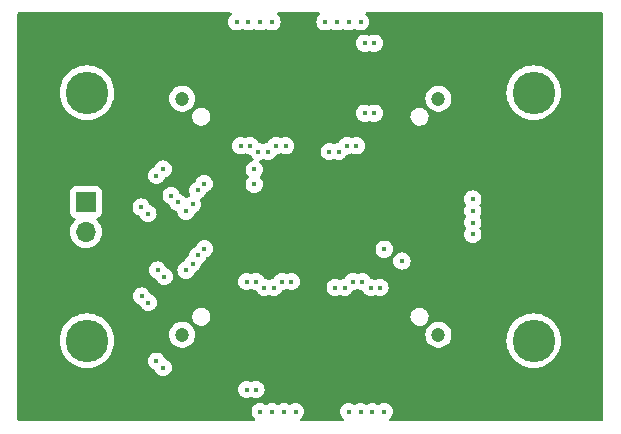
<source format=gbr>
%TF.GenerationSoftware,KiCad,Pcbnew,7.0.2-0*%
%TF.CreationDate,2023-05-03T13:11:08-04:00*%
%TF.ProjectId,szg-c2c-txr4,737a672d-6332-4632-9d74-7872342e6b69,A*%
%TF.SameCoordinates,Original*%
%TF.FileFunction,Copper,L5,Inr*%
%TF.FilePolarity,Positive*%
%FSLAX46Y46*%
G04 Gerber Fmt 4.6, Leading zero omitted, Abs format (unit mm)*
G04 Created by KiCad (PCBNEW 7.0.2-0) date 2023-05-03 13:11:08*
%MOMM*%
%LPD*%
G01*
G04 APERTURE LIST*
%TA.AperFunction,ComponentPad*%
%ADD10C,3.600000*%
%TD*%
%TA.AperFunction,ComponentPad*%
%ADD11C,1.200000*%
%TD*%
%TA.AperFunction,ComponentPad*%
%ADD12R,1.700000X1.700000*%
%TD*%
%TA.AperFunction,ComponentPad*%
%ADD13O,1.700000X1.700000*%
%TD*%
%TA.AperFunction,ViaPad*%
%ADD14C,0.450000*%
%TD*%
G04 APERTURE END LIST*
D10*
%TO.N,unconnected-(H1-Pad1)*%
%TO.C,H1*%
X133090000Y-99000000D03*
%TD*%
%TO.N,unconnected-(H2-Pad1)*%
%TO.C,H2*%
X170910000Y-99000000D03*
%TD*%
%TO.N,unconnected-(H4-Pad1)*%
%TO.C,H4*%
X170910000Y-120000000D03*
%TD*%
%TO.N,unconnected-(H3-Pad1)*%
%TO.C,H3*%
X133090000Y-120000000D03*
%TD*%
D11*
%TO.N,N/C*%
%TO.C,J1*%
X162845000Y-99500000D03*
X141155000Y-99500000D03*
%TD*%
%TO.N,N/C*%
%TO.C,J2*%
X162845000Y-119500000D03*
X141155000Y-119500000D03*
%TD*%
D12*
%TO.N,+5V*%
%TO.C,J3*%
X133000000Y-108250000D03*
D13*
%TO.N,/J2_5V*%
X133000000Y-110790000D03*
%TD*%
D14*
%TO.N,GND*%
X159500000Y-120000000D03*
X153250000Y-120000000D03*
X147250000Y-99500000D03*
X152500000Y-113250000D03*
X146500000Y-119500000D03*
X154250000Y-126000000D03*
X149250000Y-120000000D03*
X161250000Y-120000000D03*
X159750000Y-99000000D03*
X152750000Y-99500000D03*
X154500000Y-114250000D03*
X161250000Y-99000000D03*
X144750000Y-93000000D03*
X144250000Y-120000000D03*
X157250000Y-93000000D03*
X154750000Y-120000000D03*
X154750000Y-99500000D03*
X150000000Y-99500000D03*
X151750000Y-126000000D03*
X159250000Y-126000000D03*
X142750000Y-120000000D03*
X157500000Y-98750000D03*
X146750000Y-126000000D03*
X142750000Y-99000000D03*
X156750000Y-120000000D03*
X149000000Y-99500000D03*
%TO.N,/J2_RX1+*%
X156400000Y-115000000D03*
X154250000Y-93000000D03*
%TO.N,/J2_RX1-*%
X155600000Y-115000000D03*
X153250000Y-93000000D03*
%TO.N,/J2_RX3+*%
X150400000Y-115000000D03*
X148750000Y-93000000D03*
%TO.N,/J2_RX3-*%
X147750000Y-93000000D03*
X149600000Y-115000000D03*
%TO.N,/J2_RX2+*%
X146750000Y-93000000D03*
X148900000Y-115500000D03*
%TO.N,/J2_RX2-*%
X148100000Y-115500000D03*
X145750000Y-93000000D03*
%TO.N,/J1_RX0+*%
X147750000Y-126000000D03*
X146100000Y-103498408D03*
%TO.N,/J1_RX0-*%
X146900000Y-103498408D03*
X148750000Y-126000000D03*
%TO.N,/J1_RX1+*%
X149750000Y-126000000D03*
X147600000Y-103998408D03*
%TO.N,/J1_RX1-*%
X148400000Y-103998408D03*
X150750000Y-126000000D03*
%TO.N,/J1_RX3+*%
X153600000Y-103998408D03*
X155250000Y-126000000D03*
%TO.N,/J1_RX3-*%
X156250000Y-126000000D03*
X154400000Y-103998408D03*
%TO.N,/J1_RX2+*%
X157250000Y-126000000D03*
X155100000Y-103498408D03*
%TO.N,/J1_RX2-*%
X158250000Y-126000000D03*
X155900000Y-103498408D03*
%TO.N,/J2_REFCLK+*%
X154900000Y-115500000D03*
X165750000Y-110000000D03*
%TO.N,/J2_REFCLK-*%
X154100000Y-115500000D03*
X165750000Y-111000000D03*
%TO.N,/J1_REFCLK-*%
X149900000Y-103498408D03*
X165750000Y-108000000D03*
%TO.N,/J1_REFCLK+*%
X165750000Y-109000000D03*
X149100000Y-103498408D03*
%TO.N,/J2_RX0+*%
X156250000Y-93000000D03*
X157900000Y-115500000D03*
%TO.N,/J2_RX0-*%
X157100000Y-115500000D03*
X155250000Y-93000000D03*
%TO.N,/SCL*%
X147250000Y-106750000D03*
X159750000Y-113250000D03*
%TO.N,/SDA*%
X158250000Y-112250000D03*
X147250000Y-105500000D03*
%TO.N,/S0S1+*%
X138967157Y-106032843D03*
X139078135Y-114015502D03*
%TO.N,/S0S1-*%
X139643821Y-114581188D03*
X139532843Y-105467157D03*
%TO.N,/S2S4+*%
X143013040Y-106707916D03*
X143032843Y-112217157D03*
%TO.N,/S3S5+*%
X137678415Y-108682654D03*
X137717157Y-116217157D03*
%TO.N,/S2S4-*%
X142447354Y-107273602D03*
X142467157Y-112782843D03*
%TO.N,/S3S5-*%
X138282843Y-116782843D03*
X138244101Y-109248340D03*
%TO.N,/S6S8+*%
X142032843Y-108467157D03*
X142032843Y-113467157D03*
%TO.N,/S7S9+*%
X138967157Y-121717157D03*
X140217157Y-107717157D03*
%TO.N,/S6S8-*%
X141467157Y-109032843D03*
X141467157Y-114032843D03*
%TO.N,/S7S9-*%
X139532843Y-122282843D03*
X140782843Y-108282843D03*
%TO.N,/J2_C2P_CLK+*%
X147400000Y-124137046D03*
X156600000Y-100743729D03*
%TO.N,/J1_C2P_CLK+*%
X147400000Y-115000000D03*
X156600000Y-94816240D03*
%TO.N,/J2_C2P_CLK-*%
X146600000Y-124137046D03*
X157400000Y-100743729D03*
%TO.N,/J1_C2P_CLK-*%
X157400000Y-94816240D03*
X146600000Y-115000000D03*
%TD*%
%TA.AperFunction,Conductor*%
%TO.N,GND*%
G36*
X145295383Y-92220185D02*
G01*
X145341138Y-92272989D01*
X145351082Y-92342147D01*
X145322057Y-92405703D01*
X145295568Y-92428419D01*
X145179193Y-92544794D01*
X145092209Y-92683227D01*
X145038213Y-92837538D01*
X145019908Y-93000000D01*
X145038213Y-93162461D01*
X145092209Y-93316772D01*
X145092211Y-93316775D01*
X145179192Y-93455204D01*
X145294796Y-93570808D01*
X145433225Y-93657789D01*
X145433227Y-93657790D01*
X145587538Y-93711786D01*
X145749999Y-93730091D01*
X145749999Y-93730090D01*
X145750000Y-93730091D01*
X145912461Y-93711786D01*
X146066775Y-93657789D01*
X146184030Y-93584112D01*
X146251264Y-93565113D01*
X146315969Y-93584112D01*
X146433225Y-93657789D01*
X146433227Y-93657790D01*
X146587538Y-93711786D01*
X146749999Y-93730091D01*
X146749999Y-93730090D01*
X146750000Y-93730091D01*
X146912461Y-93711786D01*
X147066775Y-93657789D01*
X147184030Y-93584112D01*
X147251264Y-93565113D01*
X147315969Y-93584112D01*
X147433225Y-93657789D01*
X147433227Y-93657790D01*
X147587538Y-93711786D01*
X147749999Y-93730091D01*
X147749999Y-93730090D01*
X147750000Y-93730091D01*
X147912461Y-93711786D01*
X148066775Y-93657789D01*
X148184030Y-93584112D01*
X148251264Y-93565113D01*
X148315969Y-93584112D01*
X148433225Y-93657789D01*
X148433227Y-93657790D01*
X148587538Y-93711786D01*
X148749999Y-93730091D01*
X148749999Y-93730090D01*
X148750000Y-93730091D01*
X148912461Y-93711786D01*
X149066775Y-93657789D01*
X149205204Y-93570808D01*
X149320808Y-93455204D01*
X149407789Y-93316775D01*
X149461786Y-93162461D01*
X149480091Y-93000000D01*
X149461786Y-92837539D01*
X149407789Y-92683225D01*
X149320808Y-92544796D01*
X149205204Y-92429192D01*
X149195325Y-92419313D01*
X149196043Y-92418594D01*
X149159392Y-92377157D01*
X149148745Y-92308103D01*
X149177121Y-92244255D01*
X149235512Y-92205885D01*
X149271656Y-92200500D01*
X152728344Y-92200500D01*
X152795383Y-92220185D01*
X152841138Y-92272989D01*
X152851082Y-92342147D01*
X152822057Y-92405703D01*
X152795568Y-92428419D01*
X152679193Y-92544794D01*
X152592209Y-92683227D01*
X152538213Y-92837538D01*
X152519908Y-93000000D01*
X152538213Y-93162461D01*
X152592209Y-93316772D01*
X152592211Y-93316775D01*
X152679192Y-93455204D01*
X152794796Y-93570808D01*
X152933225Y-93657789D01*
X152933227Y-93657790D01*
X153087538Y-93711786D01*
X153250000Y-93730091D01*
X153412461Y-93711786D01*
X153566775Y-93657789D01*
X153684030Y-93584112D01*
X153751264Y-93565113D01*
X153815969Y-93584112D01*
X153933225Y-93657789D01*
X153933227Y-93657790D01*
X154087538Y-93711786D01*
X154250000Y-93730091D01*
X154412461Y-93711786D01*
X154566775Y-93657789D01*
X154684030Y-93584112D01*
X154751264Y-93565113D01*
X154815969Y-93584112D01*
X154933225Y-93657789D01*
X154933227Y-93657790D01*
X155087538Y-93711786D01*
X155250000Y-93730091D01*
X155412461Y-93711786D01*
X155566775Y-93657789D01*
X155684030Y-93584112D01*
X155751264Y-93565113D01*
X155815969Y-93584112D01*
X155933225Y-93657789D01*
X155933227Y-93657790D01*
X156087538Y-93711786D01*
X156250000Y-93730091D01*
X156412461Y-93711786D01*
X156566775Y-93657789D01*
X156705204Y-93570808D01*
X156820808Y-93455204D01*
X156907789Y-93316775D01*
X156961786Y-93162461D01*
X156980091Y-93000000D01*
X156961786Y-92837539D01*
X156907789Y-92683225D01*
X156820808Y-92544796D01*
X156705204Y-92429192D01*
X156705204Y-92429191D01*
X156695325Y-92419313D01*
X156696043Y-92418594D01*
X156659392Y-92377157D01*
X156648745Y-92308103D01*
X156677121Y-92244255D01*
X156735512Y-92205885D01*
X156771656Y-92200500D01*
X176675500Y-92200500D01*
X176742539Y-92220185D01*
X176788294Y-92272989D01*
X176799500Y-92324500D01*
X176799500Y-126675500D01*
X176779815Y-126742539D01*
X176727011Y-126788294D01*
X176675500Y-126799500D01*
X158771656Y-126799500D01*
X158704617Y-126779815D01*
X158658862Y-126727011D01*
X158648918Y-126657853D01*
X158677943Y-126594297D01*
X158704431Y-126571580D01*
X158705201Y-126570809D01*
X158705204Y-126570808D01*
X158820808Y-126455204D01*
X158907789Y-126316775D01*
X158961786Y-126162461D01*
X158980091Y-126000000D01*
X158961786Y-125837539D01*
X158907789Y-125683225D01*
X158820808Y-125544796D01*
X158705204Y-125429192D01*
X158566775Y-125342211D01*
X158566772Y-125342209D01*
X158412461Y-125288213D01*
X158250000Y-125269908D01*
X158087538Y-125288213D01*
X157933227Y-125342209D01*
X157815972Y-125415886D01*
X157748735Y-125434886D01*
X157684028Y-125415886D01*
X157566772Y-125342209D01*
X157412461Y-125288213D01*
X157249999Y-125269908D01*
X157087538Y-125288213D01*
X156933227Y-125342209D01*
X156815972Y-125415886D01*
X156748735Y-125434886D01*
X156684028Y-125415886D01*
X156566772Y-125342209D01*
X156412461Y-125288213D01*
X156250000Y-125269908D01*
X156087538Y-125288213D01*
X155933227Y-125342209D01*
X155815972Y-125415886D01*
X155748735Y-125434886D01*
X155684028Y-125415886D01*
X155566772Y-125342209D01*
X155412461Y-125288213D01*
X155249999Y-125269908D01*
X155087538Y-125288213D01*
X154933227Y-125342209D01*
X154794794Y-125429193D01*
X154679193Y-125544794D01*
X154592209Y-125683227D01*
X154538213Y-125837538D01*
X154519908Y-126000000D01*
X154538213Y-126162461D01*
X154592209Y-126316772D01*
X154679193Y-126455205D01*
X154804675Y-126580687D01*
X154803956Y-126581405D01*
X154840608Y-126622843D01*
X154851255Y-126691897D01*
X154822879Y-126755745D01*
X154764488Y-126794115D01*
X154728344Y-126799500D01*
X151271656Y-126799500D01*
X151204617Y-126779815D01*
X151158862Y-126727011D01*
X151148918Y-126657853D01*
X151177943Y-126594297D01*
X151204431Y-126571580D01*
X151205201Y-126570809D01*
X151205204Y-126570808D01*
X151320808Y-126455204D01*
X151407789Y-126316775D01*
X151461786Y-126162461D01*
X151480091Y-126000000D01*
X151461786Y-125837539D01*
X151407789Y-125683225D01*
X151320808Y-125544796D01*
X151205204Y-125429192D01*
X151066775Y-125342211D01*
X151066772Y-125342209D01*
X150912461Y-125288213D01*
X150749999Y-125269908D01*
X150587538Y-125288213D01*
X150433224Y-125342210D01*
X150315970Y-125415886D01*
X150248734Y-125434886D01*
X150184028Y-125415886D01*
X150066775Y-125342211D01*
X150066772Y-125342209D01*
X149912461Y-125288213D01*
X149750000Y-125269908D01*
X149587538Y-125288213D01*
X149433227Y-125342209D01*
X149315972Y-125415886D01*
X149248735Y-125434886D01*
X149184028Y-125415886D01*
X149066772Y-125342209D01*
X148912461Y-125288213D01*
X148749999Y-125269908D01*
X148587538Y-125288213D01*
X148433224Y-125342210D01*
X148315970Y-125415886D01*
X148248734Y-125434886D01*
X148184028Y-125415886D01*
X148066775Y-125342211D01*
X148066772Y-125342209D01*
X147912461Y-125288213D01*
X147750000Y-125269908D01*
X147587538Y-125288213D01*
X147433227Y-125342209D01*
X147294794Y-125429193D01*
X147179193Y-125544794D01*
X147092209Y-125683227D01*
X147038213Y-125837538D01*
X147019908Y-126000000D01*
X147038213Y-126162461D01*
X147092209Y-126316772D01*
X147179193Y-126455205D01*
X147304675Y-126580687D01*
X147303956Y-126581405D01*
X147340608Y-126622843D01*
X147351255Y-126691897D01*
X147322879Y-126755745D01*
X147264488Y-126794115D01*
X147228344Y-126799500D01*
X127324500Y-126799500D01*
X127257461Y-126779815D01*
X127211706Y-126727011D01*
X127200500Y-126675500D01*
X127200500Y-124137046D01*
X145869908Y-124137046D01*
X145888213Y-124299507D01*
X145942209Y-124453818D01*
X145942211Y-124453821D01*
X146029192Y-124592250D01*
X146144796Y-124707854D01*
X146283225Y-124794835D01*
X146283227Y-124794836D01*
X146437538Y-124848832D01*
X146600000Y-124867137D01*
X146762461Y-124848832D01*
X146916775Y-124794835D01*
X146934027Y-124783994D01*
X147001262Y-124764993D01*
X147065972Y-124783994D01*
X147083225Y-124794834D01*
X147083225Y-124794835D01*
X147237538Y-124848832D01*
X147400000Y-124867137D01*
X147562461Y-124848832D01*
X147716775Y-124794835D01*
X147855204Y-124707854D01*
X147970808Y-124592250D01*
X148057789Y-124453821D01*
X148111786Y-124299507D01*
X148130091Y-124137046D01*
X148111786Y-123974585D01*
X148057789Y-123820271D01*
X147970808Y-123681842D01*
X147855204Y-123566238D01*
X147716775Y-123479257D01*
X147716772Y-123479255D01*
X147562461Y-123425259D01*
X147400000Y-123406954D01*
X147237538Y-123425259D01*
X147083226Y-123479256D01*
X147065969Y-123490099D01*
X146998732Y-123509097D01*
X146934031Y-123490099D01*
X146916773Y-123479256D01*
X146762461Y-123425259D01*
X146600000Y-123406954D01*
X146437538Y-123425259D01*
X146283227Y-123479255D01*
X146144794Y-123566239D01*
X146029193Y-123681840D01*
X145942209Y-123820273D01*
X145888213Y-123974584D01*
X145869908Y-124137046D01*
X127200500Y-124137046D01*
X127200500Y-120000000D01*
X130784564Y-120000000D01*
X130784828Y-120004027D01*
X130784828Y-120004043D01*
X130800594Y-120244579D01*
X130804287Y-120300920D01*
X130805077Y-120304891D01*
X130805078Y-120304899D01*
X130862327Y-120592707D01*
X130862329Y-120592714D01*
X130863120Y-120596691D01*
X130960055Y-120882252D01*
X130961850Y-120885893D01*
X130961851Y-120885894D01*
X131090293Y-121146350D01*
X131093434Y-121152718D01*
X131260975Y-121403461D01*
X131459811Y-121630189D01*
X131686539Y-121829025D01*
X131937282Y-121996566D01*
X132207748Y-122129945D01*
X132493309Y-122226880D01*
X132789080Y-122285713D01*
X133090000Y-122305436D01*
X133390920Y-122285713D01*
X133686691Y-122226880D01*
X133972252Y-122129945D01*
X134242718Y-121996566D01*
X134493461Y-121829025D01*
X134621023Y-121717156D01*
X138237065Y-121717156D01*
X138255370Y-121879618D01*
X138309366Y-122033929D01*
X138309368Y-122033932D01*
X138396349Y-122172361D01*
X138511953Y-122287965D01*
X138650382Y-122374946D01*
X138760451Y-122413461D01*
X138817227Y-122454182D01*
X138836537Y-122489546D01*
X138875053Y-122599615D01*
X138875054Y-122599618D01*
X138962035Y-122738047D01*
X139077639Y-122853651D01*
X139216068Y-122940632D01*
X139216070Y-122940633D01*
X139370381Y-122994629D01*
X139532842Y-123012934D01*
X139532842Y-123012933D01*
X139532843Y-123012934D01*
X139695304Y-122994629D01*
X139849618Y-122940632D01*
X139988047Y-122853651D01*
X140103651Y-122738047D01*
X140190632Y-122599618D01*
X140244629Y-122445304D01*
X140262934Y-122282843D01*
X140256629Y-122226880D01*
X140244629Y-122120381D01*
X140190633Y-121966070D01*
X140190632Y-121966068D01*
X140103651Y-121827639D01*
X139988047Y-121712035D01*
X139849618Y-121625054D01*
X139849617Y-121625053D01*
X139849616Y-121625053D01*
X139739546Y-121586537D01*
X139682771Y-121545815D01*
X139663461Y-121510453D01*
X139624946Y-121400382D01*
X139537965Y-121261953D01*
X139422361Y-121146349D01*
X139283932Y-121059368D01*
X139283929Y-121059366D01*
X139129618Y-121005370D01*
X138967157Y-120987065D01*
X138804695Y-121005370D01*
X138650384Y-121059366D01*
X138511951Y-121146350D01*
X138396350Y-121261951D01*
X138309366Y-121400384D01*
X138255370Y-121554695D01*
X138237065Y-121717156D01*
X134621023Y-121717156D01*
X134720189Y-121630189D01*
X134919025Y-121403461D01*
X135086566Y-121152718D01*
X135219945Y-120882252D01*
X135316880Y-120596691D01*
X135375713Y-120300920D01*
X135395436Y-120000000D01*
X135375713Y-119699080D01*
X135336113Y-119500000D01*
X140049785Y-119500000D01*
X140068602Y-119703083D01*
X140124418Y-119899251D01*
X140215324Y-120081818D01*
X140338236Y-120244580D01*
X140488958Y-120381981D01*
X140662361Y-120489347D01*
X140662363Y-120489348D01*
X140852544Y-120563024D01*
X141053024Y-120600500D01*
X141053026Y-120600500D01*
X141256974Y-120600500D01*
X141256976Y-120600500D01*
X141457456Y-120563024D01*
X141647637Y-120489348D01*
X141821041Y-120381981D01*
X141971764Y-120244579D01*
X142094673Y-120081821D01*
X142094673Y-120081819D01*
X142094675Y-120081818D01*
X142140313Y-119990161D01*
X142185582Y-119899250D01*
X142241397Y-119703083D01*
X142260215Y-119500000D01*
X142260215Y-119499999D01*
X161739785Y-119499999D01*
X161758602Y-119703083D01*
X161814418Y-119899251D01*
X161905324Y-120081818D01*
X162028236Y-120244580D01*
X162178958Y-120381981D01*
X162352361Y-120489347D01*
X162352363Y-120489348D01*
X162542544Y-120563024D01*
X162743024Y-120600500D01*
X162743026Y-120600500D01*
X162946974Y-120600500D01*
X162946976Y-120600500D01*
X163147456Y-120563024D01*
X163337637Y-120489348D01*
X163511041Y-120381981D01*
X163661764Y-120244579D01*
X163784673Y-120081821D01*
X163784673Y-120081819D01*
X163784675Y-120081818D01*
X163825414Y-120000000D01*
X168604564Y-120000000D01*
X168624287Y-120300920D01*
X168625077Y-120304891D01*
X168625078Y-120304899D01*
X168682327Y-120592707D01*
X168682329Y-120592714D01*
X168683120Y-120596691D01*
X168780055Y-120882252D01*
X168781850Y-120885893D01*
X168781851Y-120885894D01*
X168910293Y-121146350D01*
X168913434Y-121152718D01*
X169080975Y-121403461D01*
X169279811Y-121630189D01*
X169506539Y-121829025D01*
X169757282Y-121996566D01*
X170027748Y-122129945D01*
X170313309Y-122226880D01*
X170609080Y-122285713D01*
X170910000Y-122305436D01*
X171210920Y-122285713D01*
X171506691Y-122226880D01*
X171792252Y-122129945D01*
X172062718Y-121996566D01*
X172313461Y-121829025D01*
X172540189Y-121630189D01*
X172739025Y-121403461D01*
X172906566Y-121152718D01*
X173039945Y-120882252D01*
X173136880Y-120596691D01*
X173195713Y-120300920D01*
X173215436Y-120000000D01*
X173195713Y-119699080D01*
X173136880Y-119403309D01*
X173039945Y-119117748D01*
X172906566Y-118847282D01*
X172845186Y-118755421D01*
X172801140Y-118689501D01*
X172739025Y-118596539D01*
X172540189Y-118369811D01*
X172313461Y-118170975D01*
X172310079Y-118168715D01*
X172066092Y-118005688D01*
X172066087Y-118005685D01*
X172062718Y-118003434D01*
X172059082Y-118001641D01*
X172059077Y-118001638D01*
X171795894Y-117871851D01*
X171795893Y-117871850D01*
X171792252Y-117870055D01*
X171506691Y-117773120D01*
X171502714Y-117772329D01*
X171502707Y-117772327D01*
X171214899Y-117715078D01*
X171214891Y-117715077D01*
X171210920Y-117714287D01*
X170910000Y-117694564D01*
X170905957Y-117694829D01*
X170613122Y-117714022D01*
X170613120Y-117714022D01*
X170609080Y-117714287D01*
X170605110Y-117715076D01*
X170605100Y-117715078D01*
X170317292Y-117772327D01*
X170317281Y-117772329D01*
X170313309Y-117773120D01*
X170309466Y-117774424D01*
X170309464Y-117774425D01*
X170031594Y-117868749D01*
X170031587Y-117868751D01*
X170027748Y-117870055D01*
X170024111Y-117871848D01*
X170024105Y-117871851D01*
X169760922Y-118001638D01*
X169760910Y-118001644D01*
X169757282Y-118003434D01*
X169753919Y-118005681D01*
X169753907Y-118005688D01*
X169509920Y-118168715D01*
X169509911Y-118168721D01*
X169506539Y-118170975D01*
X169503488Y-118173650D01*
X169503481Y-118173656D01*
X169282859Y-118367137D01*
X169282851Y-118367144D01*
X169279811Y-118369811D01*
X169277144Y-118372851D01*
X169277137Y-118372859D01*
X169083656Y-118593481D01*
X169083650Y-118593488D01*
X169080975Y-118596539D01*
X169078721Y-118599911D01*
X169078715Y-118599920D01*
X168915688Y-118843907D01*
X168915681Y-118843919D01*
X168913434Y-118847282D01*
X168911644Y-118850910D01*
X168911638Y-118850922D01*
X168781851Y-119114105D01*
X168781848Y-119114111D01*
X168780055Y-119117748D01*
X168778751Y-119121587D01*
X168778749Y-119121594D01*
X168719235Y-119296917D01*
X168683120Y-119403309D01*
X168682329Y-119407281D01*
X168682327Y-119407292D01*
X168625078Y-119695100D01*
X168625076Y-119695110D01*
X168624287Y-119699080D01*
X168604564Y-120000000D01*
X163825414Y-120000000D01*
X163830313Y-119990161D01*
X163875582Y-119899250D01*
X163931397Y-119703083D01*
X163950215Y-119500000D01*
X163931397Y-119296917D01*
X163875582Y-119100750D01*
X163875209Y-119100001D01*
X163784675Y-118918181D01*
X163661763Y-118755419D01*
X163511041Y-118618018D01*
X163337638Y-118510652D01*
X163147457Y-118436976D01*
X163080629Y-118424483D01*
X162946976Y-118399500D01*
X162743024Y-118399500D01*
X162642783Y-118418238D01*
X162542542Y-118436976D01*
X162352361Y-118510652D01*
X162178958Y-118618018D01*
X162028236Y-118755419D01*
X161905324Y-118918181D01*
X161814418Y-119100748D01*
X161758602Y-119296916D01*
X161739785Y-119499999D01*
X142260215Y-119499999D01*
X142241397Y-119296917D01*
X142185582Y-119100750D01*
X142185209Y-119100001D01*
X142094675Y-118918181D01*
X141971763Y-118755419D01*
X141821041Y-118618018D01*
X141647638Y-118510652D01*
X141457457Y-118436976D01*
X141390629Y-118424483D01*
X141256976Y-118399500D01*
X141053024Y-118399500D01*
X140952783Y-118418238D01*
X140852542Y-118436976D01*
X140662361Y-118510652D01*
X140488958Y-118618018D01*
X140338236Y-118755419D01*
X140215324Y-118918181D01*
X140124418Y-119100748D01*
X140068602Y-119296916D01*
X140049785Y-119500000D01*
X135336113Y-119500000D01*
X135316880Y-119403309D01*
X135219945Y-119117748D01*
X135086566Y-118847282D01*
X135025186Y-118755421D01*
X134981140Y-118689501D01*
X134919025Y-118596539D01*
X134720189Y-118369811D01*
X134493461Y-118170975D01*
X134490079Y-118168715D01*
X134259309Y-118014519D01*
X141995617Y-118014519D01*
X142011212Y-118102958D01*
X142026489Y-118189599D01*
X142062581Y-118273269D01*
X142096904Y-118352838D01*
X142203067Y-118495439D01*
X142339251Y-118609712D01*
X142339252Y-118609712D01*
X142339254Y-118609714D01*
X142498123Y-118689501D01*
X142498124Y-118689501D01*
X142498126Y-118689502D01*
X142671108Y-118730500D01*
X142671110Y-118730500D01*
X142800694Y-118730500D01*
X142804292Y-118730500D01*
X142936577Y-118715038D01*
X143103635Y-118654234D01*
X143252168Y-118556543D01*
X143374167Y-118427231D01*
X143463057Y-118273269D01*
X143514045Y-118102958D01*
X143519196Y-118014519D01*
X160475617Y-118014519D01*
X160491212Y-118102958D01*
X160506489Y-118189599D01*
X160542581Y-118273269D01*
X160576904Y-118352838D01*
X160683067Y-118495439D01*
X160819251Y-118609712D01*
X160819252Y-118609712D01*
X160819254Y-118609714D01*
X160978123Y-118689501D01*
X160978124Y-118689501D01*
X160978126Y-118689502D01*
X161151108Y-118730500D01*
X161151110Y-118730500D01*
X161280694Y-118730500D01*
X161284292Y-118730500D01*
X161416577Y-118715038D01*
X161583635Y-118654234D01*
X161732168Y-118556543D01*
X161854167Y-118427231D01*
X161943057Y-118273269D01*
X161994045Y-118102958D01*
X162004382Y-117925480D01*
X161973511Y-117750401D01*
X161903096Y-117587162D01*
X161796933Y-117444561D01*
X161724114Y-117383458D01*
X161660748Y-117330287D01*
X161501873Y-117250497D01*
X161328892Y-117209500D01*
X161328890Y-117209500D01*
X161195708Y-117209500D01*
X161192142Y-117209916D01*
X161192138Y-117209917D01*
X161063420Y-117224962D01*
X160896366Y-117285765D01*
X160747830Y-117383458D01*
X160625833Y-117512768D01*
X160536943Y-117666730D01*
X160522469Y-117715078D01*
X160505330Y-117772327D01*
X160485955Y-117837043D01*
X160475617Y-118014519D01*
X143519196Y-118014519D01*
X143524382Y-117925480D01*
X143493511Y-117750401D01*
X143423096Y-117587162D01*
X143316933Y-117444561D01*
X143244114Y-117383458D01*
X143180748Y-117330287D01*
X143021873Y-117250497D01*
X142848892Y-117209500D01*
X142848890Y-117209500D01*
X142715708Y-117209500D01*
X142712142Y-117209916D01*
X142712138Y-117209917D01*
X142583420Y-117224962D01*
X142416366Y-117285765D01*
X142267830Y-117383458D01*
X142145833Y-117512768D01*
X142056943Y-117666730D01*
X142042469Y-117715078D01*
X142025330Y-117772327D01*
X142005955Y-117837043D01*
X141995617Y-118014519D01*
X134259309Y-118014519D01*
X134246092Y-118005688D01*
X134246087Y-118005685D01*
X134242718Y-118003434D01*
X134239082Y-118001641D01*
X134239077Y-118001638D01*
X133975894Y-117871851D01*
X133975893Y-117871850D01*
X133972252Y-117870055D01*
X133686691Y-117773120D01*
X133682714Y-117772329D01*
X133682707Y-117772327D01*
X133394899Y-117715078D01*
X133394891Y-117715077D01*
X133390920Y-117714287D01*
X133090000Y-117694564D01*
X133085957Y-117694829D01*
X132793122Y-117714022D01*
X132793120Y-117714022D01*
X132789080Y-117714287D01*
X132785110Y-117715076D01*
X132785100Y-117715078D01*
X132497292Y-117772327D01*
X132497281Y-117772329D01*
X132493309Y-117773120D01*
X132489466Y-117774424D01*
X132489464Y-117774425D01*
X132211594Y-117868749D01*
X132211587Y-117868751D01*
X132207748Y-117870055D01*
X132204111Y-117871848D01*
X132204105Y-117871851D01*
X131940922Y-118001638D01*
X131940910Y-118001644D01*
X131937282Y-118003434D01*
X131933919Y-118005681D01*
X131933907Y-118005688D01*
X131689920Y-118168715D01*
X131689911Y-118168721D01*
X131686539Y-118170975D01*
X131683488Y-118173650D01*
X131683481Y-118173656D01*
X131462859Y-118367137D01*
X131462851Y-118367144D01*
X131459811Y-118369811D01*
X131457144Y-118372851D01*
X131457137Y-118372859D01*
X131263656Y-118593481D01*
X131263650Y-118593488D01*
X131260975Y-118596539D01*
X131258721Y-118599911D01*
X131258715Y-118599920D01*
X131095688Y-118843907D01*
X131095681Y-118843919D01*
X131093434Y-118847282D01*
X131091644Y-118850910D01*
X131091638Y-118850922D01*
X130961851Y-119114105D01*
X130961848Y-119114111D01*
X130960055Y-119117748D01*
X130958751Y-119121587D01*
X130958749Y-119121594D01*
X130899235Y-119296917D01*
X130863120Y-119403309D01*
X130862329Y-119407281D01*
X130862327Y-119407292D01*
X130805078Y-119695100D01*
X130805076Y-119695110D01*
X130804287Y-119699080D01*
X130804022Y-119703120D01*
X130804022Y-119703122D01*
X130784828Y-119995956D01*
X130784828Y-119995972D01*
X130784564Y-120000000D01*
X127200500Y-120000000D01*
X127200500Y-116217156D01*
X136987065Y-116217156D01*
X137005370Y-116379618D01*
X137059366Y-116533929D01*
X137059368Y-116533932D01*
X137146349Y-116672361D01*
X137261953Y-116787965D01*
X137400382Y-116874946D01*
X137510451Y-116913461D01*
X137567227Y-116954182D01*
X137586537Y-116989546D01*
X137625053Y-117099615D01*
X137625054Y-117099618D01*
X137712035Y-117238047D01*
X137827639Y-117353651D01*
X137966068Y-117440632D01*
X137966070Y-117440633D01*
X138120381Y-117494629D01*
X138282842Y-117512934D01*
X138282842Y-117512933D01*
X138282843Y-117512934D01*
X138445304Y-117494629D01*
X138599618Y-117440632D01*
X138738047Y-117353651D01*
X138853651Y-117238047D01*
X138940632Y-117099618D01*
X138994629Y-116945304D01*
X139012934Y-116782843D01*
X138994629Y-116620382D01*
X138940632Y-116466068D01*
X138853651Y-116327639D01*
X138738047Y-116212035D01*
X138599618Y-116125054D01*
X138599617Y-116125053D01*
X138599616Y-116125053D01*
X138489546Y-116086537D01*
X138432771Y-116045815D01*
X138413461Y-116010453D01*
X138374946Y-115900382D01*
X138287965Y-115761953D01*
X138172361Y-115646349D01*
X138033932Y-115559368D01*
X138033929Y-115559366D01*
X137879618Y-115505370D01*
X137717157Y-115487065D01*
X137554695Y-115505370D01*
X137400384Y-115559366D01*
X137261951Y-115646350D01*
X137146350Y-115761951D01*
X137059366Y-115900384D01*
X137005370Y-116054695D01*
X136987065Y-116217156D01*
X127200500Y-116217156D01*
X127200500Y-114015501D01*
X138348043Y-114015501D01*
X138366348Y-114177963D01*
X138420344Y-114332274D01*
X138420346Y-114332277D01*
X138507327Y-114470706D01*
X138622931Y-114586310D01*
X138761360Y-114673291D01*
X138871429Y-114711806D01*
X138928205Y-114752527D01*
X138947515Y-114787891D01*
X138986031Y-114897960D01*
X138986032Y-114897963D01*
X139073013Y-115036392D01*
X139188617Y-115151996D01*
X139327046Y-115238977D01*
X139327048Y-115238978D01*
X139481359Y-115292974D01*
X139643821Y-115311279D01*
X139806282Y-115292974D01*
X139960596Y-115238977D01*
X140099025Y-115151996D01*
X140214629Y-115036392D01*
X140237496Y-115000000D01*
X145869908Y-115000000D01*
X145888213Y-115162461D01*
X145942209Y-115316772D01*
X145942211Y-115316775D01*
X146029192Y-115455204D01*
X146144796Y-115570808D01*
X146283225Y-115657789D01*
X146283227Y-115657790D01*
X146437538Y-115711786D01*
X146600000Y-115730091D01*
X146762461Y-115711786D01*
X146916775Y-115657789D01*
X146934027Y-115646948D01*
X147001262Y-115627947D01*
X147065972Y-115646948D01*
X147083224Y-115657789D01*
X147083225Y-115657789D01*
X147237538Y-115711786D01*
X147334942Y-115722761D01*
X147399356Y-115749828D01*
X147438099Y-115805024D01*
X147442210Y-115816774D01*
X147442211Y-115816775D01*
X147529192Y-115955204D01*
X147644796Y-116070808D01*
X147783225Y-116157789D01*
X147783227Y-116157790D01*
X147937538Y-116211786D01*
X148100000Y-116230091D01*
X148262461Y-116211786D01*
X148416775Y-116157789D01*
X148434027Y-116146948D01*
X148501262Y-116127947D01*
X148565972Y-116146948D01*
X148583224Y-116157789D01*
X148583225Y-116157789D01*
X148737538Y-116211786D01*
X148900000Y-116230091D01*
X149062461Y-116211786D01*
X149216775Y-116157789D01*
X149355204Y-116070808D01*
X149470808Y-115955204D01*
X149557789Y-115816775D01*
X149561899Y-115805027D01*
X149602619Y-115748252D01*
X149665057Y-115722761D01*
X149762461Y-115711786D01*
X149762460Y-115711786D01*
X149916775Y-115657789D01*
X149934027Y-115646948D01*
X150001262Y-115627947D01*
X150065972Y-115646948D01*
X150083224Y-115657789D01*
X150083225Y-115657789D01*
X150237538Y-115711786D01*
X150400000Y-115730091D01*
X150562461Y-115711786D01*
X150716775Y-115657789D01*
X150855204Y-115570808D01*
X150926013Y-115499999D01*
X153369908Y-115499999D01*
X153388213Y-115662461D01*
X153442209Y-115816772D01*
X153442211Y-115816775D01*
X153529192Y-115955204D01*
X153644796Y-116070808D01*
X153783225Y-116157789D01*
X153783227Y-116157790D01*
X153937538Y-116211786D01*
X154100000Y-116230091D01*
X154262461Y-116211786D01*
X154416775Y-116157789D01*
X154434027Y-116146948D01*
X154501262Y-116127947D01*
X154565972Y-116146948D01*
X154583224Y-116157789D01*
X154583225Y-116157789D01*
X154737538Y-116211786D01*
X154900000Y-116230091D01*
X155062461Y-116211786D01*
X155216775Y-116157789D01*
X155355204Y-116070808D01*
X155470808Y-115955204D01*
X155557789Y-115816775D01*
X155561899Y-115805027D01*
X155602619Y-115748252D01*
X155665057Y-115722761D01*
X155762461Y-115711786D01*
X155916775Y-115657789D01*
X155934027Y-115646948D01*
X156001262Y-115627947D01*
X156065972Y-115646948D01*
X156083224Y-115657789D01*
X156083225Y-115657789D01*
X156237538Y-115711786D01*
X156334942Y-115722761D01*
X156399356Y-115749828D01*
X156438099Y-115805024D01*
X156442210Y-115816774D01*
X156442211Y-115816775D01*
X156529192Y-115955204D01*
X156644796Y-116070808D01*
X156783225Y-116157789D01*
X156783227Y-116157790D01*
X156937538Y-116211786D01*
X157099999Y-116230091D01*
X157099999Y-116230090D01*
X157100000Y-116230091D01*
X157262461Y-116211786D01*
X157416775Y-116157789D01*
X157434027Y-116146948D01*
X157501262Y-116127947D01*
X157565972Y-116146948D01*
X157583224Y-116157789D01*
X157583225Y-116157789D01*
X157737538Y-116211786D01*
X157899999Y-116230091D01*
X157899999Y-116230090D01*
X157900000Y-116230091D01*
X158062461Y-116211786D01*
X158216775Y-116157789D01*
X158355204Y-116070808D01*
X158470808Y-115955204D01*
X158557789Y-115816775D01*
X158611786Y-115662461D01*
X158630091Y-115500000D01*
X158611786Y-115337539D01*
X158604520Y-115316775D01*
X158557790Y-115183227D01*
X158538165Y-115151994D01*
X158470808Y-115044796D01*
X158355204Y-114929192D01*
X158216775Y-114842211D01*
X158216772Y-114842209D01*
X158062461Y-114788213D01*
X157900000Y-114769908D01*
X157737538Y-114788213D01*
X157583226Y-114842210D01*
X157565969Y-114853053D01*
X157498732Y-114872051D01*
X157434031Y-114853053D01*
X157416773Y-114842210D01*
X157262461Y-114788213D01*
X157165057Y-114777239D01*
X157100643Y-114750173D01*
X157061899Y-114694972D01*
X157060381Y-114690633D01*
X157057789Y-114683225D01*
X156970808Y-114544796D01*
X156855204Y-114429192D01*
X156716775Y-114342211D01*
X156716772Y-114342209D01*
X156562461Y-114288213D01*
X156400000Y-114269908D01*
X156237538Y-114288213D01*
X156083225Y-114342210D01*
X156065965Y-114353055D01*
X155998727Y-114372050D01*
X155934028Y-114353052D01*
X155916772Y-114342209D01*
X155762461Y-114288213D01*
X155600000Y-114269908D01*
X155437538Y-114288213D01*
X155283227Y-114342209D01*
X155144794Y-114429193D01*
X155029193Y-114544794D01*
X154942210Y-114683225D01*
X154938099Y-114694976D01*
X154897376Y-114751751D01*
X154834942Y-114777239D01*
X154737538Y-114788213D01*
X154583226Y-114842210D01*
X154565969Y-114853053D01*
X154498732Y-114872051D01*
X154434031Y-114853053D01*
X154416773Y-114842210D01*
X154262461Y-114788213D01*
X154100000Y-114769908D01*
X153937538Y-114788213D01*
X153783227Y-114842209D01*
X153644794Y-114929193D01*
X153529193Y-115044794D01*
X153442209Y-115183227D01*
X153388213Y-115337538D01*
X153369908Y-115499999D01*
X150926013Y-115499999D01*
X150970808Y-115455204D01*
X151057789Y-115316775D01*
X151111786Y-115162461D01*
X151130091Y-115000000D01*
X151118594Y-114897960D01*
X151111786Y-114837538D01*
X151057790Y-114683227D01*
X151007789Y-114603651D01*
X150970808Y-114544796D01*
X150855204Y-114429192D01*
X150716775Y-114342211D01*
X150716772Y-114342209D01*
X150562461Y-114288213D01*
X150400000Y-114269908D01*
X150237538Y-114288213D01*
X150083226Y-114342210D01*
X150065969Y-114353053D01*
X149998732Y-114372051D01*
X149934031Y-114353053D01*
X149916773Y-114342210D01*
X149762461Y-114288213D01*
X149600000Y-114269908D01*
X149437538Y-114288213D01*
X149283227Y-114342209D01*
X149144794Y-114429193D01*
X149029193Y-114544794D01*
X148942210Y-114683225D01*
X148938099Y-114694976D01*
X148897376Y-114751751D01*
X148834942Y-114777239D01*
X148737538Y-114788213D01*
X148583226Y-114842210D01*
X148565969Y-114853053D01*
X148498732Y-114872051D01*
X148434031Y-114853053D01*
X148416773Y-114842210D01*
X148262461Y-114788213D01*
X148165057Y-114777239D01*
X148100643Y-114750173D01*
X148061899Y-114694972D01*
X148060381Y-114690633D01*
X148057789Y-114683225D01*
X147970808Y-114544796D01*
X147855204Y-114429192D01*
X147716775Y-114342211D01*
X147716772Y-114342209D01*
X147562461Y-114288213D01*
X147399999Y-114269908D01*
X147237538Y-114288213D01*
X147083225Y-114342210D01*
X147065965Y-114353055D01*
X146998727Y-114372050D01*
X146934028Y-114353052D01*
X146916772Y-114342209D01*
X146762461Y-114288213D01*
X146599999Y-114269908D01*
X146437538Y-114288213D01*
X146283227Y-114342209D01*
X146144794Y-114429193D01*
X146029193Y-114544794D01*
X145942209Y-114683227D01*
X145888213Y-114837538D01*
X145869908Y-115000000D01*
X140237496Y-115000000D01*
X140301610Y-114897963D01*
X140355607Y-114743649D01*
X140373912Y-114581188D01*
X140355607Y-114418727D01*
X140339274Y-114372051D01*
X140301611Y-114264415D01*
X140285986Y-114239548D01*
X140214629Y-114125984D01*
X140121488Y-114032843D01*
X140737065Y-114032843D01*
X140755370Y-114195304D01*
X140809366Y-114349615D01*
X140809368Y-114349618D01*
X140896349Y-114488047D01*
X141011953Y-114603651D01*
X141150382Y-114690632D01*
X141150384Y-114690633D01*
X141304695Y-114744629D01*
X141467157Y-114762934D01*
X141629618Y-114744629D01*
X141783932Y-114690632D01*
X141922361Y-114603651D01*
X142037965Y-114488047D01*
X142124946Y-114349618D01*
X142163462Y-114239544D01*
X142204182Y-114182772D01*
X142239541Y-114163463D01*
X142349618Y-114124946D01*
X142488047Y-114037965D01*
X142603651Y-113922361D01*
X142690632Y-113783932D01*
X142744629Y-113629618D01*
X142757864Y-113512148D01*
X142784932Y-113447734D01*
X142815106Y-113421043D01*
X142922361Y-113353651D01*
X143026013Y-113249999D01*
X159019908Y-113249999D01*
X159038213Y-113412461D01*
X159092209Y-113566772D01*
X159092211Y-113566775D01*
X159179192Y-113705204D01*
X159294796Y-113820808D01*
X159396769Y-113884882D01*
X159433227Y-113907790D01*
X159587538Y-113961786D01*
X159749999Y-113980091D01*
X159749999Y-113980090D01*
X159750000Y-113980091D01*
X159912461Y-113961786D01*
X160066775Y-113907789D01*
X160205204Y-113820808D01*
X160320808Y-113705204D01*
X160407789Y-113566775D01*
X160461786Y-113412461D01*
X160480091Y-113250000D01*
X160461786Y-113087539D01*
X160435337Y-113011953D01*
X160407790Y-112933227D01*
X160405098Y-112928943D01*
X160320808Y-112794796D01*
X160205204Y-112679192D01*
X160066775Y-112592211D01*
X160066772Y-112592209D01*
X159912461Y-112538213D01*
X159750000Y-112519908D01*
X159587538Y-112538213D01*
X159433227Y-112592209D01*
X159294794Y-112679193D01*
X159179193Y-112794794D01*
X159092209Y-112933227D01*
X159038213Y-113087538D01*
X159019908Y-113249999D01*
X143026013Y-113249999D01*
X143037965Y-113238047D01*
X143124946Y-113099618D01*
X143163462Y-112989544D01*
X143204182Y-112932772D01*
X143239541Y-112913463D01*
X143349618Y-112874946D01*
X143488047Y-112787965D01*
X143603651Y-112672361D01*
X143690632Y-112533932D01*
X143744629Y-112379618D01*
X143759234Y-112249999D01*
X157519908Y-112249999D01*
X157538213Y-112412461D01*
X157592209Y-112566772D01*
X157592211Y-112566775D01*
X157679192Y-112705204D01*
X157794796Y-112820808D01*
X157933225Y-112907789D01*
X157933227Y-112907790D01*
X158087538Y-112961786D01*
X158250000Y-112980091D01*
X158412461Y-112961786D01*
X158566775Y-112907789D01*
X158705204Y-112820808D01*
X158820808Y-112705204D01*
X158907789Y-112566775D01*
X158961786Y-112412461D01*
X158980091Y-112250000D01*
X158976390Y-112217157D01*
X158961786Y-112087538D01*
X158907790Y-111933227D01*
X158907789Y-111933225D01*
X158820808Y-111794796D01*
X158705204Y-111679192D01*
X158566775Y-111592211D01*
X158566772Y-111592209D01*
X158412461Y-111538213D01*
X158249999Y-111519908D01*
X158087538Y-111538213D01*
X157933227Y-111592209D01*
X157794794Y-111679193D01*
X157679193Y-111794794D01*
X157592209Y-111933227D01*
X157538213Y-112087538D01*
X157519908Y-112249999D01*
X143759234Y-112249999D01*
X143762934Y-112217157D01*
X143754878Y-112145659D01*
X143744629Y-112054695D01*
X143690633Y-111900384D01*
X143645462Y-111828495D01*
X143603651Y-111761953D01*
X143488047Y-111646349D01*
X143349618Y-111559368D01*
X143349615Y-111559366D01*
X143195304Y-111505370D01*
X143032842Y-111487065D01*
X142870381Y-111505370D01*
X142716070Y-111559366D01*
X142577637Y-111646350D01*
X142462036Y-111761951D01*
X142375052Y-111900384D01*
X142336538Y-112010452D01*
X142295817Y-112067228D01*
X142260452Y-112086538D01*
X142150384Y-112125052D01*
X142011951Y-112212036D01*
X141896350Y-112327637D01*
X141809366Y-112466070D01*
X141755370Y-112620381D01*
X141742135Y-112737850D01*
X141715068Y-112802264D01*
X141684888Y-112828959D01*
X141577638Y-112896349D01*
X141462036Y-113011951D01*
X141375052Y-113150384D01*
X141336538Y-113260452D01*
X141295817Y-113317228D01*
X141260452Y-113336538D01*
X141150384Y-113375052D01*
X141011951Y-113462036D01*
X140896350Y-113577637D01*
X140809366Y-113716070D01*
X140755370Y-113870381D01*
X140737065Y-114032843D01*
X140121488Y-114032843D01*
X140099025Y-114010380D01*
X139960596Y-113923399D01*
X139960595Y-113923398D01*
X139960594Y-113923398D01*
X139850524Y-113884882D01*
X139793749Y-113844160D01*
X139774439Y-113808798D01*
X139735924Y-113698727D01*
X139648943Y-113560298D01*
X139533339Y-113444694D01*
X139394910Y-113357713D01*
X139394907Y-113357711D01*
X139240596Y-113303715D01*
X139078135Y-113285410D01*
X138915673Y-113303715D01*
X138761362Y-113357711D01*
X138622929Y-113444695D01*
X138507328Y-113560296D01*
X138420344Y-113698729D01*
X138366348Y-113853040D01*
X138348043Y-114015501D01*
X127200500Y-114015501D01*
X127200500Y-110789999D01*
X131644340Y-110789999D01*
X131664936Y-111025407D01*
X131701660Y-111162461D01*
X131726097Y-111253663D01*
X131825965Y-111467830D01*
X131961505Y-111661401D01*
X132128599Y-111828495D01*
X132322170Y-111964035D01*
X132536337Y-112063903D01*
X132764592Y-112125063D01*
X133000000Y-112145659D01*
X133235408Y-112125063D01*
X133463663Y-112063903D01*
X133677830Y-111964035D01*
X133871401Y-111828495D01*
X134038495Y-111661401D01*
X134174035Y-111467830D01*
X134273903Y-111253663D01*
X134335063Y-111025408D01*
X134337286Y-111000000D01*
X165019908Y-111000000D01*
X165038213Y-111162461D01*
X165092209Y-111316772D01*
X165092211Y-111316775D01*
X165179192Y-111455204D01*
X165294796Y-111570808D01*
X165433225Y-111657789D01*
X165433227Y-111657790D01*
X165587538Y-111711786D01*
X165749999Y-111730091D01*
X165749999Y-111730090D01*
X165750000Y-111730091D01*
X165912461Y-111711786D01*
X166066775Y-111657789D01*
X166205204Y-111570808D01*
X166320808Y-111455204D01*
X166407789Y-111316775D01*
X166461786Y-111162461D01*
X166480091Y-111000000D01*
X166461786Y-110837539D01*
X166445151Y-110790000D01*
X166407790Y-110683227D01*
X166407789Y-110683225D01*
X166334112Y-110565969D01*
X166315113Y-110498736D01*
X166334112Y-110434030D01*
X166407789Y-110316775D01*
X166461786Y-110162461D01*
X166480091Y-110000000D01*
X166461786Y-109837539D01*
X166447486Y-109796673D01*
X166407790Y-109683227D01*
X166396751Y-109665658D01*
X166334112Y-109565969D01*
X166315113Y-109498736D01*
X166334112Y-109434030D01*
X166407789Y-109316775D01*
X166461786Y-109162461D01*
X166480091Y-109000000D01*
X166461786Y-108837539D01*
X166426972Y-108738048D01*
X166407790Y-108683227D01*
X166374105Y-108629618D01*
X166334112Y-108565969D01*
X166315113Y-108498736D01*
X166334112Y-108434030D01*
X166407789Y-108316775D01*
X166461786Y-108162461D01*
X166480091Y-108000000D01*
X166476809Y-107970868D01*
X166461786Y-107837538D01*
X166407790Y-107683227D01*
X166407789Y-107683225D01*
X166320808Y-107544796D01*
X166205204Y-107429192D01*
X166066775Y-107342211D01*
X166066772Y-107342209D01*
X165912461Y-107288213D01*
X165749999Y-107269908D01*
X165587538Y-107288213D01*
X165433227Y-107342209D01*
X165294794Y-107429193D01*
X165179193Y-107544794D01*
X165092209Y-107683227D01*
X165038213Y-107837538D01*
X165019908Y-108000000D01*
X165038213Y-108162461D01*
X165092209Y-108316772D01*
X165165886Y-108434028D01*
X165184886Y-108501265D01*
X165165886Y-108565972D01*
X165092209Y-108683227D01*
X165038213Y-108837538D01*
X165019908Y-109000000D01*
X165038213Y-109162461D01*
X165092209Y-109316772D01*
X165092211Y-109316775D01*
X165141011Y-109394440D01*
X165165886Y-109434027D01*
X165184886Y-109501263D01*
X165165886Y-109565970D01*
X165092210Y-109683224D01*
X165038213Y-109837538D01*
X165019908Y-110000000D01*
X165038213Y-110162461D01*
X165092209Y-110316772D01*
X165165886Y-110434028D01*
X165184886Y-110501265D01*
X165165886Y-110565972D01*
X165092209Y-110683227D01*
X165038213Y-110837538D01*
X165019908Y-111000000D01*
X134337286Y-111000000D01*
X134355659Y-110790000D01*
X134335063Y-110554592D01*
X134273903Y-110326337D01*
X134174035Y-110112171D01*
X134038495Y-109918599D01*
X133916569Y-109796673D01*
X133883084Y-109735350D01*
X133888068Y-109665658D01*
X133929940Y-109609725D01*
X133960915Y-109592810D01*
X134092331Y-109543796D01*
X134207546Y-109457546D01*
X134293796Y-109342331D01*
X134344091Y-109207483D01*
X134350500Y-109147873D01*
X134350500Y-108682654D01*
X136948323Y-108682654D01*
X136966628Y-108845115D01*
X137020624Y-108999426D01*
X137020626Y-108999429D01*
X137107607Y-109137858D01*
X137223211Y-109253462D01*
X137361640Y-109340443D01*
X137471709Y-109378958D01*
X137528485Y-109419679D01*
X137547795Y-109455043D01*
X137578852Y-109543796D01*
X137586312Y-109565115D01*
X137673293Y-109703544D01*
X137788897Y-109819148D01*
X137927326Y-109906129D01*
X137927328Y-109906130D01*
X138081639Y-109960126D01*
X138244100Y-109978431D01*
X138244100Y-109978430D01*
X138244101Y-109978431D01*
X138406562Y-109960126D01*
X138560876Y-109906129D01*
X138699305Y-109819148D01*
X138814909Y-109703544D01*
X138901890Y-109565115D01*
X138955887Y-109410801D01*
X138974192Y-109248340D01*
X138966560Y-109180599D01*
X138955887Y-109085878D01*
X138901891Y-108931567D01*
X138896107Y-108922362D01*
X138814909Y-108793136D01*
X138699305Y-108677532D01*
X138560876Y-108590551D01*
X138560875Y-108590550D01*
X138560874Y-108590550D01*
X138450804Y-108552034D01*
X138394029Y-108511312D01*
X138374719Y-108475950D01*
X138336204Y-108365879D01*
X138249223Y-108227450D01*
X138133619Y-108111846D01*
X137995190Y-108024865D01*
X137995187Y-108024863D01*
X137840876Y-107970867D01*
X137678415Y-107952562D01*
X137515953Y-107970867D01*
X137361642Y-108024863D01*
X137223209Y-108111847D01*
X137107608Y-108227448D01*
X137020624Y-108365881D01*
X136966628Y-108520192D01*
X136948323Y-108682654D01*
X134350500Y-108682654D01*
X134350499Y-107717157D01*
X139487065Y-107717157D01*
X139505370Y-107879618D01*
X139559366Y-108033929D01*
X139559368Y-108033932D01*
X139646349Y-108172361D01*
X139761953Y-108287965D01*
X139900382Y-108374946D01*
X140010451Y-108413461D01*
X140067227Y-108454182D01*
X140086537Y-108489546D01*
X140121881Y-108590550D01*
X140125054Y-108599618D01*
X140212035Y-108738047D01*
X140327639Y-108853651D01*
X140466068Y-108940632D01*
X140466070Y-108940633D01*
X140620382Y-108994629D01*
X140635939Y-108996382D01*
X140700354Y-109023448D01*
X140739909Y-109081042D01*
X140745277Y-109105719D01*
X140755370Y-109195303D01*
X140809366Y-109349615D01*
X140809368Y-109349618D01*
X140896349Y-109488047D01*
X141011953Y-109603651D01*
X141150382Y-109690632D01*
X141150384Y-109690633D01*
X141304695Y-109744629D01*
X141467157Y-109762934D01*
X141629618Y-109744629D01*
X141783932Y-109690632D01*
X141922361Y-109603651D01*
X142037965Y-109488047D01*
X142124946Y-109349618D01*
X142163462Y-109239544D01*
X142204182Y-109182772D01*
X142239541Y-109163463D01*
X142349618Y-109124946D01*
X142488047Y-109037965D01*
X142603651Y-108922361D01*
X142690632Y-108783932D01*
X142744629Y-108629618D01*
X142762934Y-108467157D01*
X142744629Y-108304696D01*
X142690632Y-108150382D01*
X142673804Y-108123601D01*
X142654804Y-108056367D01*
X142675171Y-107989531D01*
X142728438Y-107944317D01*
X142737832Y-107940592D01*
X142764129Y-107931391D01*
X142902558Y-107844410D01*
X143018162Y-107728806D01*
X143105143Y-107590377D01*
X143143659Y-107480303D01*
X143184379Y-107423531D01*
X143219738Y-107404222D01*
X143329815Y-107365705D01*
X143468244Y-107278724D01*
X143583848Y-107163120D01*
X143670829Y-107024691D01*
X143724826Y-106870377D01*
X143743131Y-106707916D01*
X143732754Y-106615813D01*
X143724826Y-106545454D01*
X143670830Y-106391143D01*
X143610291Y-106294796D01*
X143583848Y-106252712D01*
X143468244Y-106137108D01*
X143329815Y-106050127D01*
X143329812Y-106050125D01*
X143175501Y-105996129D01*
X143013040Y-105977824D01*
X142850578Y-105996129D01*
X142696267Y-106050125D01*
X142557834Y-106137109D01*
X142442233Y-106252710D01*
X142355249Y-106391143D01*
X142316735Y-106501211D01*
X142276014Y-106557987D01*
X142240649Y-106577297D01*
X142130581Y-106615811D01*
X141992148Y-106702795D01*
X141876547Y-106818396D01*
X141789563Y-106956829D01*
X141735567Y-107111140D01*
X141717262Y-107273602D01*
X141735567Y-107436063D01*
X141789564Y-107590377D01*
X141806392Y-107617158D01*
X141825392Y-107684394D01*
X141805024Y-107751229D01*
X141751756Y-107796443D01*
X141742353Y-107800170D01*
X141716070Y-107809366D01*
X141577634Y-107896352D01*
X141576541Y-107897446D01*
X141571606Y-107900140D01*
X141565809Y-107903783D01*
X141565585Y-107903427D01*
X141515217Y-107930928D01*
X141445525Y-107925941D01*
X141389594Y-107884067D01*
X141383876Y-107875742D01*
X141353651Y-107827639D01*
X141238047Y-107712035D01*
X141099618Y-107625054D01*
X141099617Y-107625053D01*
X141099616Y-107625053D01*
X140989546Y-107586537D01*
X140932771Y-107545815D01*
X140913461Y-107510453D01*
X140874946Y-107400382D01*
X140787965Y-107261953D01*
X140672361Y-107146349D01*
X140533932Y-107059368D01*
X140533929Y-107059366D01*
X140379618Y-107005370D01*
X140217157Y-106987065D01*
X140054695Y-107005370D01*
X139900384Y-107059366D01*
X139761951Y-107146350D01*
X139646350Y-107261951D01*
X139559366Y-107400384D01*
X139505370Y-107554695D01*
X139487065Y-107717157D01*
X134350499Y-107717157D01*
X134350499Y-107352128D01*
X134344091Y-107292517D01*
X134293796Y-107157669D01*
X134207546Y-107042454D01*
X134092331Y-106956204D01*
X133957483Y-106905909D01*
X133897873Y-106899500D01*
X133894550Y-106899500D01*
X132105439Y-106899500D01*
X132105420Y-106899500D01*
X132102128Y-106899501D01*
X132098848Y-106899853D01*
X132098840Y-106899854D01*
X132042515Y-106905909D01*
X131907669Y-106956204D01*
X131792454Y-107042454D01*
X131706204Y-107157668D01*
X131655910Y-107292515D01*
X131655909Y-107292517D01*
X131649500Y-107352127D01*
X131649500Y-107355448D01*
X131649500Y-107355449D01*
X131649500Y-109144560D01*
X131649500Y-109144578D01*
X131649501Y-109147872D01*
X131649853Y-109151152D01*
X131649854Y-109151159D01*
X131654600Y-109195303D01*
X131655909Y-109207483D01*
X131706204Y-109342331D01*
X131792454Y-109457546D01*
X131907669Y-109543796D01*
X132019907Y-109585658D01*
X132039082Y-109592810D01*
X132095016Y-109634681D01*
X132119433Y-109700146D01*
X132104581Y-109768419D01*
X132083431Y-109796673D01*
X131961503Y-109918601D01*
X131825965Y-110112170D01*
X131726097Y-110326336D01*
X131664936Y-110554592D01*
X131644340Y-110789999D01*
X127200500Y-110789999D01*
X127200500Y-106032843D01*
X138237065Y-106032843D01*
X138255370Y-106195304D01*
X138309366Y-106349615D01*
X138309368Y-106349618D01*
X138396349Y-106488047D01*
X138511953Y-106603651D01*
X138650382Y-106690632D01*
X138650384Y-106690633D01*
X138804695Y-106744629D01*
X138967157Y-106762934D01*
X139129618Y-106744629D01*
X139283932Y-106690632D01*
X139422361Y-106603651D01*
X139537965Y-106488047D01*
X139624946Y-106349618D01*
X139663462Y-106239544D01*
X139704182Y-106182772D01*
X139739541Y-106163463D01*
X139849618Y-106124946D01*
X139988047Y-106037965D01*
X140103651Y-105922361D01*
X140190632Y-105783932D01*
X140244629Y-105629618D01*
X140262934Y-105467157D01*
X140262357Y-105462035D01*
X140244629Y-105304695D01*
X140190633Y-105150384D01*
X140190632Y-105150382D01*
X140103651Y-105011953D01*
X139988047Y-104896349D01*
X139849618Y-104809368D01*
X139849615Y-104809366D01*
X139695304Y-104755370D01*
X139532843Y-104737065D01*
X139370381Y-104755370D01*
X139216070Y-104809366D01*
X139077637Y-104896350D01*
X138962036Y-105011951D01*
X138875052Y-105150384D01*
X138836538Y-105260452D01*
X138795817Y-105317228D01*
X138760452Y-105336538D01*
X138650384Y-105375052D01*
X138511951Y-105462036D01*
X138396350Y-105577637D01*
X138309366Y-105716070D01*
X138255370Y-105870381D01*
X138237065Y-106032843D01*
X127200500Y-106032843D01*
X127200500Y-103498408D01*
X145369908Y-103498408D01*
X145388213Y-103660869D01*
X145442209Y-103815180D01*
X145442211Y-103815183D01*
X145529192Y-103953612D01*
X145644796Y-104069216D01*
X145765975Y-104145358D01*
X145783227Y-104156198D01*
X145937538Y-104210194D01*
X146100000Y-104228499D01*
X146262461Y-104210194D01*
X146416775Y-104156197D01*
X146434027Y-104145356D01*
X146501262Y-104126355D01*
X146565972Y-104145356D01*
X146583224Y-104156197D01*
X146583225Y-104156197D01*
X146737538Y-104210194D01*
X146834942Y-104221169D01*
X146899356Y-104248236D01*
X146938099Y-104303432D01*
X146942210Y-104315182D01*
X147029193Y-104453613D01*
X147153747Y-104578167D01*
X147187232Y-104639490D01*
X147182248Y-104709182D01*
X147140376Y-104765115D01*
X147099877Y-104781171D01*
X147100727Y-104783599D01*
X146933227Y-104842209D01*
X146794794Y-104929193D01*
X146679193Y-105044794D01*
X146592209Y-105183227D01*
X146538213Y-105337538D01*
X146519908Y-105500000D01*
X146538213Y-105662461D01*
X146592209Y-105816772D01*
X146592211Y-105816775D01*
X146658555Y-105922361D01*
X146679193Y-105955205D01*
X146761307Y-106037319D01*
X146794792Y-106098642D01*
X146789808Y-106168334D01*
X146761307Y-106212681D01*
X146679193Y-106294794D01*
X146592209Y-106433227D01*
X146538213Y-106587538D01*
X146519908Y-106749999D01*
X146538213Y-106912461D01*
X146592209Y-107066772D01*
X146592211Y-107066775D01*
X146679192Y-107205204D01*
X146794796Y-107320808D01*
X146933225Y-107407789D01*
X146933227Y-107407790D01*
X147087538Y-107461786D01*
X147249999Y-107480091D01*
X147249999Y-107480090D01*
X147250000Y-107480091D01*
X147412461Y-107461786D01*
X147566775Y-107407789D01*
X147705204Y-107320808D01*
X147820808Y-107205204D01*
X147907789Y-107066775D01*
X147961786Y-106912461D01*
X147980091Y-106750000D01*
X147964972Y-106615813D01*
X147961786Y-106587538D01*
X147907790Y-106433227D01*
X147881347Y-106391143D01*
X147820808Y-106294796D01*
X147738691Y-106212679D01*
X147705208Y-106151356D01*
X147710192Y-106081665D01*
X147738689Y-106037322D01*
X147820808Y-105955204D01*
X147907789Y-105816775D01*
X147961786Y-105662461D01*
X147980091Y-105500000D01*
X147976391Y-105467157D01*
X147961786Y-105337538D01*
X147907790Y-105183227D01*
X147907789Y-105183225D01*
X147820808Y-105044796D01*
X147705204Y-104929192D01*
X147696252Y-104920240D01*
X147662767Y-104858917D01*
X147667751Y-104789225D01*
X147709623Y-104733292D01*
X147750123Y-104717238D01*
X147749273Y-104714809D01*
X147826931Y-104687634D01*
X147916775Y-104656197D01*
X147934027Y-104645356D01*
X148001262Y-104626355D01*
X148065972Y-104645356D01*
X148083224Y-104656197D01*
X148083225Y-104656197D01*
X148237538Y-104710194D01*
X148400000Y-104728499D01*
X148562461Y-104710194D01*
X148716775Y-104656197D01*
X148855204Y-104569216D01*
X148970808Y-104453612D01*
X149057789Y-104315183D01*
X149061899Y-104303435D01*
X149102619Y-104246660D01*
X149165057Y-104221169D01*
X149262461Y-104210194D01*
X149262460Y-104210193D01*
X149416775Y-104156197D01*
X149434027Y-104145356D01*
X149501262Y-104126355D01*
X149565972Y-104145356D01*
X149583224Y-104156197D01*
X149583225Y-104156197D01*
X149737538Y-104210194D01*
X149900000Y-104228499D01*
X150062461Y-104210194D01*
X150216775Y-104156197D01*
X150355204Y-104069216D01*
X150426013Y-103998407D01*
X152869908Y-103998407D01*
X152888213Y-104160869D01*
X152942209Y-104315180D01*
X152942211Y-104315183D01*
X153029192Y-104453612D01*
X153144796Y-104569216D01*
X153283225Y-104656197D01*
X153283227Y-104656198D01*
X153437538Y-104710194D01*
X153600000Y-104728499D01*
X153762461Y-104710194D01*
X153916775Y-104656197D01*
X153934027Y-104645356D01*
X154001262Y-104626355D01*
X154065972Y-104645356D01*
X154083224Y-104656197D01*
X154083225Y-104656197D01*
X154237538Y-104710194D01*
X154400000Y-104728499D01*
X154562461Y-104710194D01*
X154716775Y-104656197D01*
X154855204Y-104569216D01*
X154970808Y-104453612D01*
X155057789Y-104315183D01*
X155061899Y-104303435D01*
X155102619Y-104246660D01*
X155165057Y-104221169D01*
X155262461Y-104210194D01*
X155416772Y-104156198D01*
X155416771Y-104156198D01*
X155416775Y-104156197D01*
X155434026Y-104145356D01*
X155501259Y-104126355D01*
X155565971Y-104145355D01*
X155583225Y-104156197D01*
X155660381Y-104183195D01*
X155737538Y-104210194D01*
X155900000Y-104228499D01*
X156062461Y-104210194D01*
X156216775Y-104156197D01*
X156355204Y-104069216D01*
X156470808Y-103953612D01*
X156557789Y-103815183D01*
X156611786Y-103660869D01*
X156630091Y-103498408D01*
X156622113Y-103427600D01*
X156611786Y-103335946D01*
X156557790Y-103181635D01*
X156557789Y-103181633D01*
X156470808Y-103043204D01*
X156355204Y-102927600D01*
X156216775Y-102840619D01*
X156216772Y-102840617D01*
X156062461Y-102786621D01*
X155900000Y-102768316D01*
X155737538Y-102786621D01*
X155583225Y-102840618D01*
X155565965Y-102851463D01*
X155498727Y-102870458D01*
X155434028Y-102851460D01*
X155416772Y-102840617D01*
X155262461Y-102786621D01*
X155100000Y-102768316D01*
X154937538Y-102786621D01*
X154783227Y-102840617D01*
X154644794Y-102927601D01*
X154529193Y-103043202D01*
X154442210Y-103181633D01*
X154438099Y-103193384D01*
X154397376Y-103250159D01*
X154334942Y-103275647D01*
X154237538Y-103286621D01*
X154083226Y-103340618D01*
X154065969Y-103351461D01*
X153998732Y-103370459D01*
X153934031Y-103351461D01*
X153916773Y-103340618D01*
X153762461Y-103286621D01*
X153600000Y-103268316D01*
X153437538Y-103286621D01*
X153283227Y-103340617D01*
X153144794Y-103427601D01*
X153029193Y-103543202D01*
X152942209Y-103681635D01*
X152888213Y-103835946D01*
X152869908Y-103998407D01*
X150426013Y-103998407D01*
X150470808Y-103953612D01*
X150557789Y-103815183D01*
X150611786Y-103660869D01*
X150630091Y-103498408D01*
X150622113Y-103427600D01*
X150611786Y-103335946D01*
X150557790Y-103181635D01*
X150557789Y-103181633D01*
X150470808Y-103043204D01*
X150355204Y-102927600D01*
X150216775Y-102840619D01*
X150216772Y-102840617D01*
X150062461Y-102786621D01*
X149900000Y-102768316D01*
X149737538Y-102786621D01*
X149583226Y-102840618D01*
X149565969Y-102851461D01*
X149498732Y-102870459D01*
X149434031Y-102851461D01*
X149416773Y-102840618D01*
X149262461Y-102786621D01*
X149100000Y-102768316D01*
X148937538Y-102786621D01*
X148783227Y-102840617D01*
X148644794Y-102927601D01*
X148529193Y-103043202D01*
X148442210Y-103181633D01*
X148438099Y-103193384D01*
X148397376Y-103250159D01*
X148334942Y-103275647D01*
X148237538Y-103286621D01*
X148083226Y-103340618D01*
X148065969Y-103351461D01*
X147998732Y-103370459D01*
X147934031Y-103351461D01*
X147916773Y-103340618D01*
X147762461Y-103286621D01*
X147665057Y-103275647D01*
X147600643Y-103248581D01*
X147561899Y-103193380D01*
X147557789Y-103181633D01*
X147470808Y-103043204D01*
X147355204Y-102927600D01*
X147216775Y-102840619D01*
X147216772Y-102840617D01*
X147062461Y-102786621D01*
X146900000Y-102768316D01*
X146737538Y-102786621D01*
X146583226Y-102840618D01*
X146565969Y-102851461D01*
X146498732Y-102870459D01*
X146434031Y-102851461D01*
X146416773Y-102840618D01*
X146262461Y-102786621D01*
X146100000Y-102768316D01*
X145937538Y-102786621D01*
X145783227Y-102840617D01*
X145644794Y-102927601D01*
X145529193Y-103043202D01*
X145442209Y-103181635D01*
X145388213Y-103335946D01*
X145369908Y-103498408D01*
X127200500Y-103498408D01*
X127200500Y-99000000D01*
X130784564Y-99000000D01*
X130784828Y-99004027D01*
X130784828Y-99004043D01*
X130791167Y-99100748D01*
X130804287Y-99300920D01*
X130805077Y-99304891D01*
X130805078Y-99304899D01*
X130862327Y-99592707D01*
X130862329Y-99592714D01*
X130863120Y-99596691D01*
X130960055Y-99882252D01*
X130961850Y-99885893D01*
X130961851Y-99885894D01*
X131086290Y-100138233D01*
X131093434Y-100152718D01*
X131095685Y-100156087D01*
X131095688Y-100156092D01*
X131252172Y-100390286D01*
X131260975Y-100403461D01*
X131459811Y-100630189D01*
X131686539Y-100829025D01*
X131689921Y-100831284D01*
X131689920Y-100831284D01*
X131920690Y-100985480D01*
X131937282Y-100996566D01*
X132207748Y-101129945D01*
X132493309Y-101226880D01*
X132789080Y-101285713D01*
X133090000Y-101305436D01*
X133390920Y-101285713D01*
X133686691Y-101226880D01*
X133972252Y-101129945D01*
X134084645Y-101074519D01*
X141995617Y-101074519D01*
X142011212Y-101162958D01*
X142026489Y-101249599D01*
X142087345Y-101390678D01*
X142096904Y-101412838D01*
X142203067Y-101555439D01*
X142339251Y-101669712D01*
X142339252Y-101669712D01*
X142339254Y-101669714D01*
X142498123Y-101749501D01*
X142498124Y-101749501D01*
X142498126Y-101749502D01*
X142671108Y-101790500D01*
X142671110Y-101790500D01*
X142800694Y-101790500D01*
X142804292Y-101790500D01*
X142936577Y-101775038D01*
X143103635Y-101714234D01*
X143252168Y-101616543D01*
X143374167Y-101487231D01*
X143463057Y-101333269D01*
X143514045Y-101162958D01*
X143524382Y-100985480D01*
X143493511Y-100810401D01*
X143464751Y-100743729D01*
X155869908Y-100743729D01*
X155888213Y-100906190D01*
X155942209Y-101060501D01*
X155942211Y-101060504D01*
X156029192Y-101198933D01*
X156144796Y-101314537D01*
X156283225Y-101401518D01*
X156283227Y-101401519D01*
X156437538Y-101455515D01*
X156600000Y-101473820D01*
X156762461Y-101455515D01*
X156916775Y-101401518D01*
X156934027Y-101390677D01*
X157001262Y-101371676D01*
X157065972Y-101390677D01*
X157083225Y-101401518D01*
X157237538Y-101455515D01*
X157400000Y-101473820D01*
X157562461Y-101455515D01*
X157716775Y-101401518D01*
X157855204Y-101314537D01*
X157970808Y-101198933D01*
X158048983Y-101074519D01*
X160475617Y-101074519D01*
X160491212Y-101162958D01*
X160506489Y-101249599D01*
X160567345Y-101390678D01*
X160576904Y-101412838D01*
X160683067Y-101555439D01*
X160819251Y-101669712D01*
X160819252Y-101669712D01*
X160819254Y-101669714D01*
X160978123Y-101749501D01*
X160978124Y-101749501D01*
X160978126Y-101749502D01*
X161151108Y-101790500D01*
X161151110Y-101790500D01*
X161280694Y-101790500D01*
X161284292Y-101790500D01*
X161416577Y-101775038D01*
X161583635Y-101714234D01*
X161732168Y-101616543D01*
X161854167Y-101487231D01*
X161943057Y-101333269D01*
X161994045Y-101162958D01*
X162004382Y-100985480D01*
X161973511Y-100810401D01*
X161903096Y-100647162D01*
X161796933Y-100504561D01*
X161724114Y-100443458D01*
X161660748Y-100390287D01*
X161501873Y-100310497D01*
X161328892Y-100269500D01*
X161328890Y-100269500D01*
X161195708Y-100269500D01*
X161192142Y-100269916D01*
X161192138Y-100269917D01*
X161063420Y-100284962D01*
X160896366Y-100345765D01*
X160747830Y-100443458D01*
X160625833Y-100572768D01*
X160536943Y-100726730D01*
X160485955Y-100897043D01*
X160475617Y-101074519D01*
X158048983Y-101074519D01*
X158057789Y-101060504D01*
X158111786Y-100906190D01*
X158130091Y-100743729D01*
X158128176Y-100726730D01*
X158111786Y-100581267D01*
X158057790Y-100426956D01*
X158040902Y-100400079D01*
X157970808Y-100288525D01*
X157855204Y-100172921D01*
X157716775Y-100085940D01*
X157716772Y-100085938D01*
X157562461Y-100031942D01*
X157400000Y-100013637D01*
X157237538Y-100031942D01*
X157083226Y-100085939D01*
X157065969Y-100096782D01*
X156998732Y-100115780D01*
X156934031Y-100096782D01*
X156916773Y-100085939D01*
X156762461Y-100031942D01*
X156600000Y-100013637D01*
X156437538Y-100031942D01*
X156283227Y-100085938D01*
X156144794Y-100172922D01*
X156029193Y-100288523D01*
X155942209Y-100426956D01*
X155888213Y-100581267D01*
X155869908Y-100743729D01*
X143464751Y-100743729D01*
X143423096Y-100647162D01*
X143316933Y-100504561D01*
X143244114Y-100443458D01*
X143180748Y-100390287D01*
X143021873Y-100310497D01*
X142848892Y-100269500D01*
X142848890Y-100269500D01*
X142715708Y-100269500D01*
X142712142Y-100269916D01*
X142712138Y-100269917D01*
X142583420Y-100284962D01*
X142416366Y-100345765D01*
X142267830Y-100443458D01*
X142145833Y-100572768D01*
X142056943Y-100726730D01*
X142005955Y-100897043D01*
X141995617Y-101074519D01*
X134084645Y-101074519D01*
X134242718Y-100996566D01*
X134493461Y-100829025D01*
X134720189Y-100630189D01*
X134919025Y-100403461D01*
X135086566Y-100152718D01*
X135219945Y-99882252D01*
X135316880Y-99596691D01*
X135336113Y-99500000D01*
X140049785Y-99500000D01*
X140068602Y-99703083D01*
X140124418Y-99899251D01*
X140215324Y-100081818D01*
X140338236Y-100244580D01*
X140488958Y-100381981D01*
X140662361Y-100489347D01*
X140662363Y-100489348D01*
X140852544Y-100563024D01*
X141053024Y-100600500D01*
X141053026Y-100600500D01*
X141256974Y-100600500D01*
X141256976Y-100600500D01*
X141457456Y-100563024D01*
X141647637Y-100489348D01*
X141821041Y-100381981D01*
X141899455Y-100310497D01*
X141971763Y-100244580D01*
X142025877Y-100172922D01*
X142094673Y-100081821D01*
X142094673Y-100081819D01*
X142094675Y-100081818D01*
X142140313Y-99990161D01*
X142185582Y-99899250D01*
X142241397Y-99703083D01*
X142260215Y-99500000D01*
X142260215Y-99499999D01*
X161739785Y-99499999D01*
X161758602Y-99703083D01*
X161814418Y-99899251D01*
X161905324Y-100081818D01*
X162028236Y-100244580D01*
X162178958Y-100381981D01*
X162352361Y-100489347D01*
X162352363Y-100489348D01*
X162542544Y-100563024D01*
X162743024Y-100600500D01*
X162743026Y-100600500D01*
X162946974Y-100600500D01*
X162946976Y-100600500D01*
X163147456Y-100563024D01*
X163337637Y-100489348D01*
X163511041Y-100381981D01*
X163589455Y-100310497D01*
X163661763Y-100244580D01*
X163715877Y-100172922D01*
X163784673Y-100081821D01*
X163784673Y-100081819D01*
X163784675Y-100081818D01*
X163830313Y-99990161D01*
X163875582Y-99899250D01*
X163931397Y-99703083D01*
X163950215Y-99500000D01*
X163931397Y-99296917D01*
X163875582Y-99100750D01*
X163825415Y-99000000D01*
X168604564Y-99000000D01*
X168624287Y-99300920D01*
X168625077Y-99304891D01*
X168625078Y-99304899D01*
X168682327Y-99592707D01*
X168682329Y-99592714D01*
X168683120Y-99596691D01*
X168780055Y-99882252D01*
X168781850Y-99885893D01*
X168781851Y-99885894D01*
X168906290Y-100138233D01*
X168913434Y-100152718D01*
X168915685Y-100156087D01*
X168915688Y-100156092D01*
X169072172Y-100390286D01*
X169080975Y-100403461D01*
X169279811Y-100630189D01*
X169506539Y-100829025D01*
X169509921Y-100831284D01*
X169509920Y-100831284D01*
X169740690Y-100985480D01*
X169757282Y-100996566D01*
X170027748Y-101129945D01*
X170313309Y-101226880D01*
X170609080Y-101285713D01*
X170910000Y-101305436D01*
X171210920Y-101285713D01*
X171506691Y-101226880D01*
X171792252Y-101129945D01*
X172062718Y-100996566D01*
X172313461Y-100829025D01*
X172540189Y-100630189D01*
X172739025Y-100403461D01*
X172906566Y-100152718D01*
X173039945Y-99882252D01*
X173136880Y-99596691D01*
X173195713Y-99300920D01*
X173215436Y-99000000D01*
X173195713Y-98699080D01*
X173136880Y-98403309D01*
X173039945Y-98117748D01*
X172906566Y-97847282D01*
X172739025Y-97596539D01*
X172540189Y-97369811D01*
X172313461Y-97170975D01*
X172310079Y-97168715D01*
X172066092Y-97005688D01*
X172066087Y-97005685D01*
X172062718Y-97003434D01*
X172059082Y-97001641D01*
X172059077Y-97001638D01*
X171795894Y-96871851D01*
X171795893Y-96871850D01*
X171792252Y-96870055D01*
X171506691Y-96773120D01*
X171502714Y-96772329D01*
X171502707Y-96772327D01*
X171214899Y-96715078D01*
X171214891Y-96715077D01*
X171210920Y-96714287D01*
X170910000Y-96694564D01*
X170905957Y-96694829D01*
X170613122Y-96714022D01*
X170613120Y-96714022D01*
X170609080Y-96714287D01*
X170605110Y-96715076D01*
X170605100Y-96715078D01*
X170317292Y-96772327D01*
X170317281Y-96772329D01*
X170313309Y-96773120D01*
X170309466Y-96774424D01*
X170309464Y-96774425D01*
X170031594Y-96868749D01*
X170031587Y-96868751D01*
X170027748Y-96870055D01*
X170024111Y-96871848D01*
X170024105Y-96871851D01*
X169760922Y-97001638D01*
X169760910Y-97001644D01*
X169757282Y-97003434D01*
X169753919Y-97005681D01*
X169753907Y-97005688D01*
X169509920Y-97168715D01*
X169509911Y-97168721D01*
X169506539Y-97170975D01*
X169503488Y-97173650D01*
X169503481Y-97173656D01*
X169282859Y-97367137D01*
X169282851Y-97367144D01*
X169279811Y-97369811D01*
X169277144Y-97372851D01*
X169277137Y-97372859D01*
X169083656Y-97593481D01*
X169083650Y-97593488D01*
X169080975Y-97596539D01*
X169078721Y-97599911D01*
X169078715Y-97599920D01*
X168915688Y-97843907D01*
X168915681Y-97843919D01*
X168913434Y-97847282D01*
X168911644Y-97850910D01*
X168911638Y-97850922D01*
X168781851Y-98114105D01*
X168781848Y-98114111D01*
X168780055Y-98117748D01*
X168683120Y-98403309D01*
X168682329Y-98407281D01*
X168682327Y-98407292D01*
X168625078Y-98695100D01*
X168625076Y-98695110D01*
X168624287Y-98699080D01*
X168604564Y-99000000D01*
X163825415Y-99000000D01*
X163784675Y-98918181D01*
X163661763Y-98755419D01*
X163511041Y-98618018D01*
X163337638Y-98510652D01*
X163147457Y-98436976D01*
X163080629Y-98424484D01*
X162946976Y-98399500D01*
X162743024Y-98399500D01*
X162642783Y-98418238D01*
X162542542Y-98436976D01*
X162352361Y-98510652D01*
X162178958Y-98618018D01*
X162028236Y-98755419D01*
X161905324Y-98918181D01*
X161814418Y-99100748D01*
X161758602Y-99296916D01*
X161739785Y-99499999D01*
X142260215Y-99499999D01*
X142241397Y-99296917D01*
X142185582Y-99100750D01*
X142135415Y-99000000D01*
X142094675Y-98918181D01*
X141971763Y-98755419D01*
X141821041Y-98618018D01*
X141647638Y-98510652D01*
X141457457Y-98436976D01*
X141390629Y-98424484D01*
X141256976Y-98399500D01*
X141053024Y-98399500D01*
X140952783Y-98418238D01*
X140852542Y-98436976D01*
X140662361Y-98510652D01*
X140488958Y-98618018D01*
X140338236Y-98755419D01*
X140215324Y-98918181D01*
X140124418Y-99100748D01*
X140068602Y-99296916D01*
X140049785Y-99500000D01*
X135336113Y-99500000D01*
X135375713Y-99300920D01*
X135395436Y-99000000D01*
X135375713Y-98699080D01*
X135316880Y-98403309D01*
X135219945Y-98117748D01*
X135086566Y-97847282D01*
X134919025Y-97596539D01*
X134720189Y-97369811D01*
X134493461Y-97170975D01*
X134490079Y-97168715D01*
X134246092Y-97005688D01*
X134246087Y-97005685D01*
X134242718Y-97003434D01*
X134239082Y-97001641D01*
X134239077Y-97001638D01*
X133975894Y-96871851D01*
X133975893Y-96871850D01*
X133972252Y-96870055D01*
X133686691Y-96773120D01*
X133682714Y-96772329D01*
X133682707Y-96772327D01*
X133394899Y-96715078D01*
X133394891Y-96715077D01*
X133390920Y-96714287D01*
X133090000Y-96694564D01*
X133085957Y-96694829D01*
X132793122Y-96714022D01*
X132793120Y-96714022D01*
X132789080Y-96714287D01*
X132785110Y-96715076D01*
X132785100Y-96715078D01*
X132497292Y-96772327D01*
X132497281Y-96772329D01*
X132493309Y-96773120D01*
X132489466Y-96774424D01*
X132489464Y-96774425D01*
X132211594Y-96868749D01*
X132211587Y-96868751D01*
X132207748Y-96870055D01*
X132204111Y-96871848D01*
X132204105Y-96871851D01*
X131940922Y-97001638D01*
X131940910Y-97001644D01*
X131937282Y-97003434D01*
X131933919Y-97005681D01*
X131933907Y-97005688D01*
X131689920Y-97168715D01*
X131689911Y-97168721D01*
X131686539Y-97170975D01*
X131683488Y-97173650D01*
X131683481Y-97173656D01*
X131462859Y-97367137D01*
X131462851Y-97367144D01*
X131459811Y-97369811D01*
X131457144Y-97372851D01*
X131457137Y-97372859D01*
X131263656Y-97593481D01*
X131263650Y-97593488D01*
X131260975Y-97596539D01*
X131258721Y-97599911D01*
X131258715Y-97599920D01*
X131095688Y-97843907D01*
X131095681Y-97843919D01*
X131093434Y-97847282D01*
X131091644Y-97850910D01*
X131091638Y-97850922D01*
X130961851Y-98114105D01*
X130961848Y-98114111D01*
X130960055Y-98117748D01*
X130863120Y-98403309D01*
X130862329Y-98407281D01*
X130862327Y-98407292D01*
X130805078Y-98695100D01*
X130805076Y-98695110D01*
X130804287Y-98699080D01*
X130804022Y-98703120D01*
X130804022Y-98703122D01*
X130784828Y-98995956D01*
X130784828Y-98995972D01*
X130784564Y-99000000D01*
X127200500Y-99000000D01*
X127200500Y-94816240D01*
X155869908Y-94816240D01*
X155888213Y-94978701D01*
X155942209Y-95133012D01*
X155942211Y-95133015D01*
X156029192Y-95271444D01*
X156144796Y-95387048D01*
X156283225Y-95474029D01*
X156283227Y-95474030D01*
X156437538Y-95528026D01*
X156600000Y-95546331D01*
X156762461Y-95528026D01*
X156916775Y-95474029D01*
X156934027Y-95463188D01*
X157001262Y-95444187D01*
X157065972Y-95463188D01*
X157083225Y-95474029D01*
X157237538Y-95528026D01*
X157400000Y-95546331D01*
X157562461Y-95528026D01*
X157716775Y-95474029D01*
X157855204Y-95387048D01*
X157970808Y-95271444D01*
X158057789Y-95133015D01*
X158111786Y-94978701D01*
X158130091Y-94816240D01*
X158111786Y-94653779D01*
X158057789Y-94499465D01*
X157970808Y-94361036D01*
X157855204Y-94245432D01*
X157716775Y-94158451D01*
X157716772Y-94158449D01*
X157562461Y-94104453D01*
X157400000Y-94086148D01*
X157237538Y-94104453D01*
X157083226Y-94158450D01*
X157065969Y-94169293D01*
X156998732Y-94188291D01*
X156934031Y-94169293D01*
X156916773Y-94158450D01*
X156762461Y-94104453D01*
X156600000Y-94086148D01*
X156437538Y-94104453D01*
X156283227Y-94158449D01*
X156144794Y-94245433D01*
X156029193Y-94361034D01*
X155942209Y-94499467D01*
X155888213Y-94653778D01*
X155869908Y-94816240D01*
X127200500Y-94816240D01*
X127200500Y-92324500D01*
X127220185Y-92257461D01*
X127272989Y-92211706D01*
X127324500Y-92200500D01*
X145228344Y-92200500D01*
X145295383Y-92220185D01*
G37*
%TD.AperFunction*%
%TD*%
M02*

</source>
